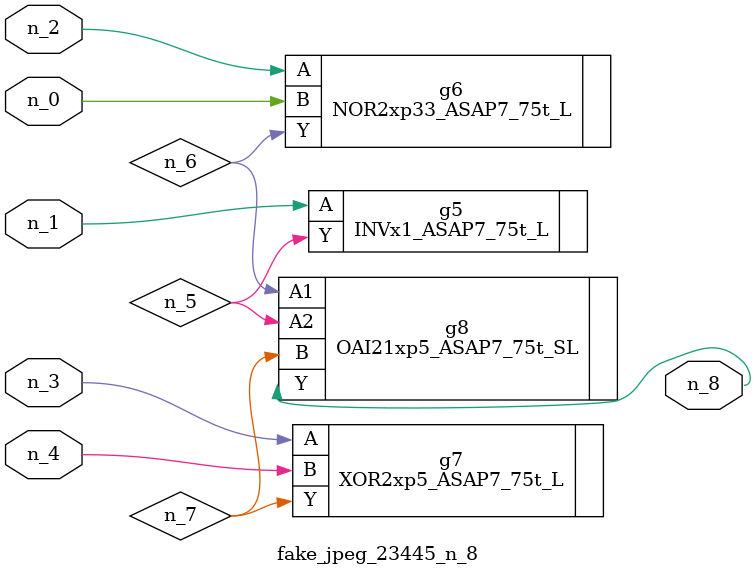
<source format=v>
module fake_jpeg_23445_n_8 (n_3, n_2, n_1, n_0, n_4, n_8);

input n_3;
input n_2;
input n_1;
input n_0;
input n_4;

output n_8;

wire n_6;
wire n_5;
wire n_7;

INVx1_ASAP7_75t_L g5 ( 
.A(n_1),
.Y(n_5)
);

NOR2xp33_ASAP7_75t_L g6 ( 
.A(n_2),
.B(n_0),
.Y(n_6)
);

XOR2xp5_ASAP7_75t_L g7 ( 
.A(n_3),
.B(n_4),
.Y(n_7)
);

OAI21xp5_ASAP7_75t_SL g8 ( 
.A1(n_6),
.A2(n_5),
.B(n_7),
.Y(n_8)
);


endmodule
</source>
